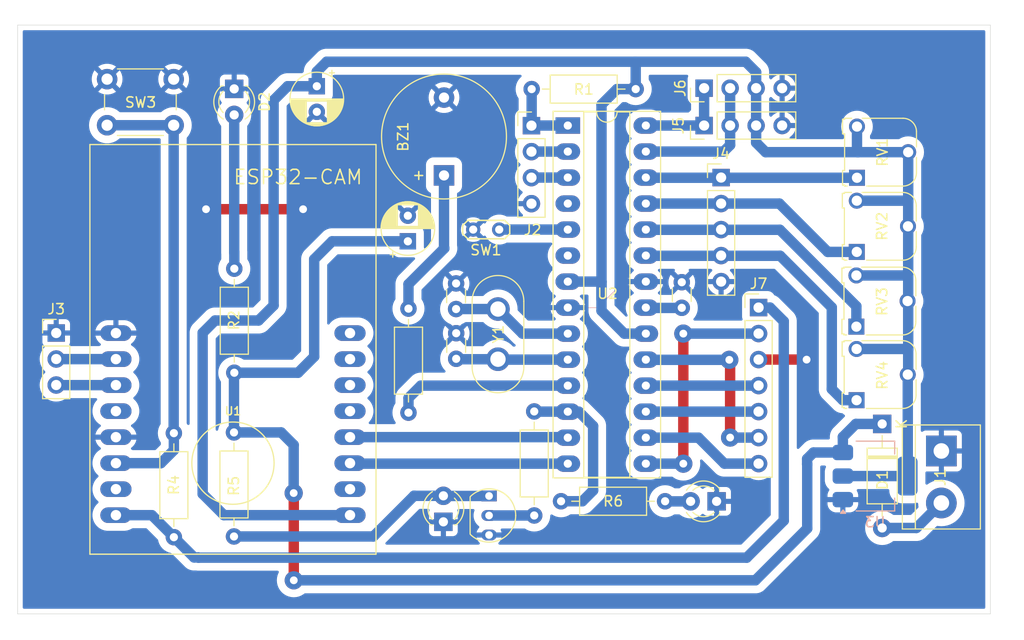
<source format=kicad_pcb>
(kicad_pcb (version 20240108) (generator "pcbnew") (generator_version "8.0")
  (layers (0 "F.Cu" signal) (31 "B.Cu" signal) (34 "B.Paste" user) (35 "F.Paste" user) (36 "B.SilkS" user "B.Silkscreen") (37 "F.SilkS" user "F.Silkscreen") (38 "B.Mask" user) (39 "F.Mask" user) (44 "Edge.Cuts" user))
  (net 0 "")
  (net 1 "Net-(BZ1-+)")
  (net 2 "GND")
  (net 3 "Net-(U2-AREF)")
  (net 4 "Net-(U2-XTAL1{slash}PB6)")
  (net 5 "Net-(U2-XTAL2{slash}PB7)")
  (net 6 "+12V")
  (net 7 "+5V")
  (net 8 "Net-(D1-A)")
  (net 9 "Net-(D2-A)")
  (net 10 "Net-(D3-A)")
  (net 11 "Net-(D4-A)")
  (net 12 "/Tx")
  (net 13 "/reset")
  (net 14 "/Rx")
  (net 15 "/ESP_Tx")
  (net 16 "/ESP_Rx")
  (net 17 "/LDR2")
  (net 18 "/LDR3")
  (net 19 "/LDR1")
  (net 20 "/LDR4")
  (net 21 "/SCL")
  (net 22 "/SDA")
  (net 23 "/SS")
  (net 24 "/SCK")
  (net 25 "/MOSI")
  (net 26 "+3.3V")
  (net 27 "/RST")
  (net 28 "/MISO")
  (net 29 "Net-(Q1-B)")
  (net 30 "Net-(U2-PD5)")
  (net 31 "Net-(SW3A-C)")
  (net 32 "/LEDs")
  (net 33 "Net-(U2-PD3)")
  (net 39 "/Com_Tx")
  (net 40 "/Com_Rx")
  (footprint "Potentiometer_THT:Potentiometer_Runtron_RM-065_Vertical" (layer "F.Cu") (at 183.63 106.9 90)
    (property "Reference" "RV3" (at 2.45 2.51 -90) (layer "F.SilkS"))
    (property "Value" "1k")
    (pad "1" thru_hole rect (at 0 0 90) (size 1.56 1.56) (drill 1) (layers "*.Cu" "*.Mask") (net 18 "/LDR3"))
    (pad "2" thru_hole circle (at 2.5 5 90) (size 1.56 1.56) (drill 1) (layers "*.Cu" "*.Mask") (net 7 "+5V"))
    (pad "3" thru_hole circle (at 5 0 90) (size 1.56 1.56) (drill 1) (layers "*.Cu" "*.Mask") (net 7 "+5V"))
  )
  (footprint "Potentiometer_THT:Potentiometer_Runtron_RM-065_Vertical" (layer "F.Cu") (at 183.69 92.36 90)
    (property "Reference" "RV1" (at 2.49 2.49 -90) (layer "F.SilkS"))
    (property "Value" "1k")
    (pad "1" thru_hole rect (at 0 0 90) (size 1.56 1.56) (drill 1) (layers "*.Cu" "*.Mask") (net 19 "/LDR1"))
    (pad "2" thru_hole circle (at 2.5 5 90) (size 1.56 1.56) (drill 1) (layers "*.Cu" "*.Mask") (net 7 "+5V"))
    (pad "3" thru_hole circle (at 5 0 90) (size 1.56 1.56) (drill 1) (layers "*.Cu" "*.Mask") (net 7 "+5V"))
  )
  (footprint "Button_Switch_THT:SW_PUSH_6mm" (layer "F.Cu") (at 116.96 87.23 180)
    (property "Reference" "SW3" (at 3.23 2.23 180) (layer "F.SilkS"))
    (property "Value" "Mode")
    (pad "1" thru_hole circle (at 0 0 270) (size 2 2) (drill 1.1) (layers "*.Cu" "*.Mask") (net 31 "Net-(SW3A-C)"))
    (pad "1" thru_hole circle (at 6.5 0 270) (size 2 2) (drill 1.1) (layers "*.Cu" "*.Mask") (net 31 "Net-(SW3A-C)"))
    (pad "2" thru_hole circle (at 0 4.5 270) (size 2 2) (drill 1.1) (layers "*.Cu" "*.Mask") (net 2 "GND"))
    (pad "2" thru_hole circle (at 6.5 4.5 270) (size 2 2) (drill 1.1) (layers "*.Cu" "*.Mask") (net 2 "GND"))
  )
  (footprint "Resistor_THT:R_Axial_DIN0207_L6.3mm_D2.5mm_P10.16mm_Horizontal" (layer "F.Cu") (at 139.89 115.3 90)
    (property "Reference" "R3" (hide yes))
    (property "Value" "100")
    (pad "1" thru_hole circle (at 0 0 90) (size 1.6 1.6) (drill 0.8) (layers "*.Cu" "*.Mask") (net 30 "Net-(U2-PD5)"))
    (pad "2" thru_hole oval (at 10.16 0 90) (size 1.6 1.6) (drill 0.8) (layers "*.Cu" "*.Mask") (net 1 "Net-(BZ1-+)"))
  )
  (footprint "LED_THT:LED_D3.0mm" (layer "F.Cu") (at 122.87 83.68 -90)
    (property "Reference" "D2" (at 1.27 -2.96 90) (layer "F.SilkS"))
    (property "Value" "Power")
    (pad "1" thru_hole rect (at 0 0 270) (size 1.8 1.8) (drill 0.9) (layers "*.Cu" "*.Mask") (net 2 "GND"))
    (pad "2" thru_hole circle (at 2.54 0 270) (size 1.8 1.8) (drill 0.9) (layers "*.Cu" "*.Mask") (net 9 "Net-(D2-A)"))
  )
  (footprint "Downloaded:ESP32-CAM" (layer "F.Cu") (at 122.75 115.15)
    (property "Reference" "U1" (at 0 0 0) (layer "F.SilkS") (effects (font (size 0.787402 0.787402))))
    (property "Value" "ESP32-CAM")
    (fp_text user "ESP32-CAM" (at 6.35 -22.86 0) (layer "F.SilkS") (effects (font (size 1.4 1.4))))
    (pad "1" thru_hole oval (at -11.43 -7.62) (size 3.048 1.524) (drill 1.016) (layers "*.Cu" "*.Mask") (net 2 "GND"))
    (pad "2" thru_hole oval (at -11.43 -5.08) (size 3.048 1.524) (drill 1.016) (layers "*.Cu" "*.Mask") (net 15 "/ESP_Tx"))
    (pad "3" thru_hole oval (at -11.43 -2.54) (size 3.048 1.524) (drill 1.016) (layers "*.Cu" "*.Mask") (net 16 "/ESP_Rx"))
    (pad "4" thru_hole oval (at -11.43 0) (size 3.048 1.524) (drill 1.016) (layers "*.Cu" "*.Mask"))
    (pad "5" thru_hole oval (at -11.43 2.54) (size 3.048 1.524) (drill 1.016) (layers "*.Cu" "*.Mask") (net 2 "GND"))
    (pad "6" thru_hole oval (at -11.43 5.08) (size 3.048 1.524) (drill 1.016) (layers "*.Cu" "*.Mask") (net 31 "Net-(SW3A-C)"))
    (pad "7" thru_hole oval (at -11.43 7.62) (size 3.048 1.524) (drill 1.016) (layers "*.Cu" "*.Mask"))
    (pad "8" thru_hole oval (at -11.43 10.16) (size 3.048 1.524) (drill 1.016) (layers "*.Cu" "*.Mask") (net 26 "+3.3V"))
    (pad "9" thru_hole oval (at 11.43 10.16) (size 3.048 1.524) (drill 1.016) (layers "*.Cu" "*.Mask") (net 7 "+5V"))
    (pad "10" thru_hole oval (at 11.43 7.62) (size 3.048 1.524) (drill 1.016) (layers "*.Cu" "*.Mask"))
    (pad "11" thru_hole oval (at 11.43 5.08) (size 3.048 1.524) (drill 1.016) (layers "*.Cu" "*.Mask") (net 39 "/Com_Tx"))
    (pad "12" thru_hole oval (at 11.43 2.54) (size 3.048 1.524) (drill 1.016) (layers "*.Cu" "*.Mask") (net 40 "/Com_Rx"))
    (pad "13" thru_hole oval (at 11.43 0) (size 3.048 1.524) (drill 1.016) (layers "*.Cu" "*.Mask"))
    (pad "14" thru_hole oval (at 11.43 -2.54) (size 3.048 1.524) (drill 1.016) (layers "*.Cu" "*.Mask"))
    (pad "15" thru_hole oval (at 11.43 -5.08) (size 3.048 1.524) (drill 1.016) (layers "*.Cu" "*.Mask"))
    (pad "16" thru_hole oval (at 11.43 -7.62) (size 3.048 1.524) (drill 1.016) (layers "*.Cu" "*.Mask"))
  )
  (footprint "Resistor_THT:R_Axial_DIN0207_L6.3mm_D2.5mm_P10.16mm_Horizontal" (layer "F.Cu") (at 122.85 117.23 -90)
    (property "Reference" "R5" (at 5.22 0.02 90) (layer "F.SilkS"))
    (property "Value" "1k")
    (pad "1" thru_hole circle (at 0 0 270) (size 1.6 1.6) (drill 0.8) (layers "*.Cu" "*.Mask") (net 6 "+12V"))
    (pad "2" thru_hole oval (at 10.16 0 270) (size 1.6 1.6) (drill 0.8) (layers "*.Cu" "*.Mask") (net 10 "Net-(D3-A)"))
  )
  (footprint "Resistor_THT:R_Axial_DIN0207_L6.3mm_D2.5mm_P10.16mm_Horizontal" (layer "F.Cu") (at 151.92 83.7)
    (property "Reference" "R1" (at 5.09 0.03 0) (layer "F.SilkS"))
    (property "Value" "10k")
    (pad "1" thru_hole circle (at 0 0) (size 1.6 1.6) (drill 0.8) (layers "*.Cu" "*.Mask") (net 13 "/reset"))
    (pad "2" thru_hole oval (at 10.16 0) (size 1.6 1.6) (drill 0.8) (layers "*.Cu" "*.Mask") (net 7 "+5V"))
  )
  (footprint "Connector_PinHeader_2.54mm:PinHeader_1x04_P2.54mm_Vertical" (layer "F.Cu") (at 168.76 87.26 90)
    (property "Reference" "J5" (at -0.01 -2.51 90) (layer "F.SilkS"))
    (property "Value" "LCD")
    (pad "1" thru_hole rect (at 0 0 90) (size 1.7 1.7) (drill 1) (layers "*.Cu" "*.Mask") (net 21 "/SCL"))
    (pad "2" thru_hole oval (at 0 2.54 90) (size 1.7 1.7) (drill 1) (layers "*.Cu" "*.Mask") (net 22 "/SDA"))
    (pad "3" thru_hole oval (at 0 5.08 90) (size 1.7 1.7) (drill 1) (layers "*.Cu" "*.Mask") (net 7 "+5V"))
    (pad "4" thru_hole oval (at 0 7.62 90) (size 1.7 1.7) (drill 1) (layers "*.Cu" "*.Mask") (net 2 "GND"))
  )
  (footprint "Crystal:Crystal_HC50_Vertical" (layer "F.Cu") (at 148.63 110.08 90)
    (property "Reference" "Y1" (at 2.45 0.04 -90) (layer "F.SilkS"))
    (property "Value" "16MHz")
    (pad "1" thru_hole circle (at 0 0 90) (size 2.3 2.3) (drill 1.5) (layers "*.Cu" "*.Mask") (net 5 "Net-(U2-XTAL2{slash}PB7)"))
    (pad "2" thru_hole circle (at 4.9 0 90) (size 2.3 2.3) (drill 1.5) (layers "*.Cu" "*.Mask") (net 4 "Net-(U2-XTAL1{slash}PB6)"))
  )
  (footprint "Connector_PinHeader_2.54mm:PinHeader_1x04_P2.54mm_Vertical" (layer "F.Cu") (at 151.9 87.27)
    (property "Reference" "J2" (at 0.11 10.18 0) (layer "F.SilkS"))
    (property "Value" "Program")
    (pad "1" thru_hole rect (at 0 0) (size 1.7 1.7) (drill 1) (layers "*.Cu" "*.Mask") (net 13 "/reset"))
    (pad "2" thru_hole oval (at 0 2.54) (size 1.7 1.7) (drill 1) (layers "*.Cu" "*.Mask") (net 14 "/Rx"))
    (pad "3" thru_hole oval (at 0 5.08) (size 1.7 1.7) (drill 1) (layers "*.Cu" "*.Mask") (net 12 "/Tx"))
    (pad "4" thru_hole oval (at 0 7.62) (size 1.7 1.7) (drill 1) (layers "*.Cu" "*.Mask") (net 2 "GND"))
  )
  (footprint "Package_DIP:DIP-28_W7.62mm_Socket_LongPads" (layer "F.Cu") (at 155.45 87.26)
    (property "Reference" "U2" (at 3.88 16.42 0) (layer "F.SilkS"))
    (property "Value" "ATmega328P-P")
    (pad "1" thru_hole rect (at 0 0) (size 2.4 1.6) (drill 0.8) (layers "*.Cu" "*.Mask") (net 13 "/reset"))
    (pad "2" thru_hole oval (at 0 2.54) (size 2.4 1.6) (drill 0.8) (layers "*.Cu" "*.Mask") (net 14 "/Rx"))
    (pad "3" thru_hole oval (at 0 5.08) (size 2.4 1.6) (drill 0.8) (layers "*.Cu" "*.Mask") (net 12 "/Tx"))
    (pad "4" thru_hole oval (at 0 7.62) (size 2.4 1.6) (drill 0.8) (layers "*.Cu" "*.Mask"))
    (pad "5" thru_hole oval (at 0 10.16) (size 2.4 1.6) (drill 0.8) (layers "*.Cu" "*.Mask") (net 33 "Net-(U2-PD3)"))
    (pad "6" thru_hole oval (at 0 12.7) (size 2.4 1.6) (drill 0.8) (layers "*.Cu" "*.Mask"))
    (pad "7" thru_hole oval (at 0 15.24) (size 2.4 1.6) (drill 0.8) (layers "*.Cu" "*.Mask") (net 7 "+5V"))
    (pad "8" thru_hole oval (at 0 17.78) (size 2.4 1.6) (drill 0.8) (layers "*.Cu" "*.Mask") (net 2 "GND"))
    (pad "9" thru_hole oval (at 0 20.32) (size 2.4 1.6) (drill 0.8) (layers "*.Cu" "*.Mask") (net 4 "Net-(U2-XTAL1{slash}PB6)"))
    (pad "10" thru_hole oval (at 0 22.86) (size 2.4 1.6) (drill 0.8) (layers "*.Cu" "*.Mask") (net 5 "Net-(U2-XTAL2{slash}PB7)"))
    (pad "11" thru_hole oval (at 0 25.4) (size 2.4 1.6) (drill 0.8) (layers "*.Cu" "*.Mask") (net 30 "Net-(U2-PD5)"))
    (pad "12" thru_hole oval (at 0 27.94) (size 2.4 1.6) (drill 0.8) (layers "*.Cu" "*.Mask") (net 32 "/LEDs"))
    (pad "13" thru_hole oval (at 0 30.48) (size 2.4 1.6) (drill 0.8) (layers "*.Cu" "*.Mask") (net 40 "/Com_Rx"))
    (pad "14" thru_hole oval (at 0 33.02) (size 2.4 1.6) (drill 0.8) (layers "*.Cu" "*.Mask") (net 39 "/Com_Tx"))
    (pad "15" thru_hole oval (at 7.62 33.02) (size 2.4 1.6) (drill 0.8) (layers "*.Cu" "*.Mask") (net 27 "/RST"))
    (pad "16" thru_hole oval (at 7.62 30.48) (size 2.4 1.6) (drill 0.8) (layers "*.Cu" "*.Mask") (net 23 "/SS"))
    (pad "17" thru_hole oval (at 7.62 27.94) (size 2.4 1.6) (drill 0.8) (layers "*.Cu" "*.Mask") (net 25 "/MOSI"))
    (pad "18" thru_hole oval (at 7.62 25.4) (size 2.4 1.6) (drill 0.8) (layers "*.Cu" "*.Mask") (net 28 "/MISO"))
    (pad "19" thru_hole oval (at 7.62 22.86) (size 2.4 1.6) (drill 0.8) (layers "*.Cu" "*.Mask") (net 24 "/SCK"))
    (pad "20" thru_hole oval (at 7.62 20.32) (size 2.4 1.6) (drill 0.8) (layers "*.Cu" "*.Mask") (net 7 "+5V"))
    (pad "21" thru_hole oval (at 7.62 17.78) (size 2.4 1.6) (drill 0.8) (layers "*.Cu" "*.Mask") (net 3 "Net-(U2-AREF)"))
    (pad "22" thru_hole oval (at 7.62 15.24) (size 2.4 1.6) (drill 0.8) (layers "*.Cu" "*.Mask") (net 2 "GND"))
    (pad "23" thru_hole oval (at 7.62 12.7) (size 2.4 1.6) (drill 0.8) (layers "*.Cu" "*.Mask") (net 20 "/LDR4"))
    (pad "24" thru_hole oval (at 7.62 10.16) (size 2.4 1.6) (drill 0.8) (layers "*.Cu" "*.Mask") (net 18 "/LDR3"))
    (pad "25" thru_hole oval (at 7.62 7.62) (size 2.4 1.6) (drill 0.8) (layers "*.Cu" "*.Mask") (net 17 "/LDR2"))
    (pad "26" thru_hole oval (at 7.62 5.08) (size 2.4 1.6) (drill 0.8) (layers "*.Cu" "*.Mask") (net 19 "/LDR1"))
    (pad "27" thru_hole oval (at 7.62 2.54) (size 2.4 1.6) (drill 0.8) (layers "*.Cu" "*.Mask") (net 22 "/SDA"))
    (pad "28" thru_hole oval (at 7.62 0) (size 2.4 1.6) (drill 0.8) (layers "*.Cu" "*.Mask") (net 21 "/SCL"))
  )
  (footprint "Resistor_THT:R_Axial_DIN0207_L6.3mm_D2.5mm_P10.16mm_Horizontal" (layer "F.Cu") (at 152.17 115.18 -90)
    (property "Reference" "R7" (hide yes))
    (property "Value" "1k")
    (pad "1" thru_hole circle (at 0 0 270) (size 1.6 1.6) (drill 0.8) (layers "*.Cu" "*.Mask") (net 32 "/LEDs"))
    (pad "2" thru_hole oval (at 10.16 0 270) (size 1.6 1.6) (drill 0.8) (layers "*.Cu" "*.Mask") (net 29 "Net-(Q1-B)"))
  )
  (footprint "Package_TO_SOT_THT:TO-92_Inline" (layer "F.Cu") (at 147.76 124.07 -90)
    (property "Reference" "Q1" (hide yes))
    (property "Value" "BC547")
    (pad "1" thru_hole rect (at -0.635 0 270) (size 1.05 1.5) (drill 0.75) (layers "*.Cu" "*.Mask") (net 10 "Net-(D3-A)"))
    (pad "2" thru_hole oval (at 1.27 0 270) (size 1.05 1.5) (drill 0.75) (layers "*.Cu" "*.Mask") (net 29 "Net-(Q1-B)"))
    (pad "3" thru_hole oval (at 3.175 0 270) (size 1.05 1.5) (drill 0.75) (layers "*.Cu" "*.Mask") (net 2 "GND"))
  )
  (footprint "Capacitor_THT:C_Disc_D3.0mm_W1.6mm_P2.50mm" (layer "F.Cu") (at 166.58 105.06 90)
    (property "Reference" "C1" (hide yes))
    (property "Value" "100nF")
    (pad "1" thru_hole circle (at 0 0 90) (size 1.6 1.6) (drill 0.8) (layers "*.Cu" "*.Mask") (net 3 "Net-(U2-AREF)"))
    (pad "2" thru_hole circle (at 2.5 0 90) (size 1.6 1.6) (drill 0.8) (layers "*.Cu" "*.Mask") (net 2 "GND"))
  )
  (footprint "Buzzer_Beeper:Buzzer_12x9.5RM7.6" (layer "F.Cu") (at 143.36 92.13 90)
    (property "Reference" "BZ1" (at 3.78 -3.99 -90) (layer "F.SilkS"))
    (property "Value" "Buzzer")
    (fp_text user "+" (at -0.01 -2.54 -90) (layer "F.SilkS"))
    (pad "1" thru_hole rect (at 0 0 90) (size 2 2) (drill 1) (layers "*.Cu" "*.Mask") (net 1 "Net-(BZ1-+)"))
    (pad "2" thru_hole circle (at 7.6 0 90) (size 2 2) (drill 1) (layers "*.Cu" "*.Mask") (net 2 "GND"))
  )
  (footprint "Resistor_THT:R_Axial_DIN0207_L6.3mm_D2.5mm_P10.16mm_Horizontal" (layer "F.Cu") (at 122.88 111.4 90)
    (property "Reference" "R2" (at 5.12 -0.03 270) (layer "F.SilkS"))
    (property "Value" "1k")
    (pad "1" thru_hole circle (at 0 0 90) (size 1.6 1.6) (drill 0.8) (layers "*.Cu" "*.Mask") (net 6 "+12V"))
    (pad "2" thru_hole oval (at 10.16 0 90) (size 1.6 1.6) (drill 0.8) (layers "*.Cu" "*.Mask") (net 9 "Net-(D2-A)"))
  )
  (footprint "Capacitor_THT:C_Disc_D3.0mm_W1.6mm_P2.50mm" (layer "F.Cu") (at 144.54 105.18 90)
    (property "Reference" "C2" (hide yes))
    (property "Value" "22pF")
    (pad "1" thru_hole circle (at 0 0 90) (size 1.6 1.6) (drill 0.8) (layers "*.Cu" "*.Mask") (net 4 "Net-(U2-XTAL1{slash}PB6)"))
    (pad "2" thru_hole circle (at 2.5 0 90) (size 1.6 1.6) (drill 0.8) (layers "*.Cu" "*.Mask") (net 2 "GND"))
  )
  (footprint "Resistor_THT:R_Axial_DIN0207_L6.3mm_D2.5mm_P10.16mm_Horizontal" (layer "F.Cu") (at 116.98 117.3 -90)
    (property "Reference" "R4" (at 5.06 0.01 90) (layer "F.SilkS"))
    (property "Value" "10k")
    (pad "1" thru_hole circle (at 0 0 270) (size 1.6 1.6) (drill 0.8) (layers "*.Cu" "*.Mask") (net 31 "Net-(SW3A-C)"))
    (pad "2" thru_hole oval (at 10.16 0 270) (size 1.6 1.6) (drill 0.8) (layers "*.Cu" "*.Mask") (net 26 "+3.3V"))
  )
  (footprint "Potentiometer_THT:Potentiometer_Runtron_RM-065_Vertical" (layer "F.Cu") (at 183.67 99.6 90)
    (property "Reference" "RV2" (at 2.5 2.47 -90) (layer "F.SilkS"))
    (property "Value" "1k")
    (pad "1" thru_hole rect (at 0 0 90) (size 1.56 1.56) (drill 1) (layers "*.Cu" "*.Mask") (net 17 "/LDR2"))
    (pad "2" thru_hole circle (at 2.5 5 90) (size 1.56 1.56) (drill 1) (layers "*.Cu" "*.Mask") (net 7 "+5V"))
    (pad "3" thru_hole circle (at 5 0 90) (size 1.56 1.56) (drill 1) (layers "*.Cu" "*.Mask") (net 7 "+5V"))
  )
  (footprint "LED_THT:LED_D3.0mm" (layer "F.Cu") (at 143.3 125.96 90)
    (property "Reference" "D3" (hide yes))
    (property "Value" "LED1")
    (pad "1" thru_hole rect (at 0 0 90) (size 1.8 1.8) (drill 0.9) (layers "*.Cu" "*.Mask") (net 2 "GND"))
    (pad "2" thru_hole circle (at 2.54 0 90) (size 1.8 1.8) (drill 0.9) (layers "*.Cu" "*.Mask") (net 10 "Net-(D3-A)"))
  )
  (footprint "Connector_PinHeader_2.54mm:PinHeader_1x07_P2.54mm_Vertical" (layer "F.Cu") (at 174.08 105.035)
    (property "Reference" "J7" (at 0 -2.33 0) (layer "F.SilkS"))
    (property "Value" "RFID")
    (pad "1" thru_hole rect (at 0 0) (size 1.7 1.7) (drill 1) (layers "*.Cu" "*.Mask") (net 26 "+3.3V"))
    (pad "2" thru_hole oval (at 0 2.54) (size 1.7 1.7) (drill 1) (layers "*.Cu" "*.Mask") (net 27 "/RST"))
    (pad "3" thru_hole oval (at 0 5.08) (size 1.7 1.7) (drill 1) (layers "*.Cu" "*.Mask") (net 2 "GND"))
    (pad "4" thru_hole oval (at 0 7.62) (size 1.7 1.7) (drill 1) (layers "*.Cu" "*.Mask") (net 28 "/MISO"))
    (pad "5" thru_hole oval (at 0 10.16) (size 1.7 1.7) (drill 1) (layers "*.Cu" "*.Mask") (net 25 "/MOSI"))
    (pad "6" thru_hole oval (at 0 12.7) (size 1.7 1.7) (drill 1) (layers "*.Cu" "*.Mask") (net 24 "/SCK"))
    (pad "7" thru_hole oval (at 0 15.24) (size 1.7 1.7) (drill 1) (layers "*.Cu" "*.Mask") (net 23 "/SS"))
  )
  (footprint "TerminalBlock:TerminalBlock_bornier-2_P5.08mm" (layer "F.Cu") (at 191.93 119.04 -90)
    (property "Reference" "J1" (at 2.57 0.1 90) (layer "F.SilkS"))
    (property "Value" "Power")
    (pad "1" thru_hole rect (at 0 0 270) (size 3 3) (drill 1.52) (layers "*.Cu" "*.Mask") (net 2 "GND"))
    (pad "2" thru_hole circle (at 5.08 0 270) (size 3 3) (drill 1.52) (layers "*.Cu" "*.Mask") (net 8 "Net-(D1-A)"))
  )
  (footprint "Connector_PinHeader_2.54mm:PinHeader_1x04_P2.54mm_Vertical" (layer "F.Cu") (at 168.76 83.61 90)
    (property "Reference" "J6" (at 0 -2.33 -90) (layer "F.SilkS"))
    (property "Value" "LCD")
    (pad "1" thru_hole rect (at 0 0 90) (size 1.7 1.7) (drill 1) (layers "*.Cu" "*.Mask") (net 21 "/SCL"))
    (pad "2" thru_hole oval (at 0 2.54 90) (size 1.7 1.7) (drill 1) (layers "*.Cu" "*.Mask") (net 22 "/SDA"))
    (pad "3" thru_hole oval (at 0 5.08 90) (size 1.7 1.7) (drill 1) (layers "*.Cu" "*.Mask") (net 7 "+5V"))
    (pad "4" thru_hole oval (at 0 7.62 90) (size 1.7 1.7) (drill 1) (layers "*.Cu" "*.Mask") (net 2 "GND"))
  )
  (footprint "Connector_PinHeader_2.54mm:PinHeader_1x05_P2.54mm_Vertical" (layer "F.Cu") (at 170.42 92.34)
    (property "Reference" "J4" (at 0 -2.33 0) (layer "F.SilkS"))
    (property "Value" "LDRs")
    (pad "1" thru_hole rect (at 0 0) (size 1.7 1.7) (drill 1) (layers "*.Cu" "*.Mask") (net 19 "/LDR1"))
    (pad "2" thru_hole oval (at 0 2.54) (size 1.7 1.7) (drill 1) (layers "*.Cu" "*.Mask") (net 17 "/LDR2"))
    (pad "3" thru_hole oval (at 0 5.08) (size 1.7 1.7) (drill 1) (layers "*.Cu" "*.Mask") (net 18 "/LDR3"))
    (pad "4" thru_hole oval (at 0 7.62) (size 1.7 1.7) (drill 1) (layers "*.Cu" "*.Mask") (net 20 "/LDR4"))
    (pad "5" thru_hole oval (at 0 10.16) (size 1.7 1.7) (drill 1) (layers "*.Cu" "*.Mask") (net 2 "GND"))
  )
  (footprint "Resistor_THT:R_Axial_DIN0207_L6.3mm_D2.5mm_P10.16mm_Horizontal" (layer "F.Cu") (at 154.79 123.95)
    (property "Reference" "R6" (at 5.09 0 0) (layer "F.SilkS"))
    (property "Value" "220")
    (pad "1" thru_hole circle (at 0 0) (size 1.6 1.6) (drill 0.8) (layers "*.Cu" "*.Mask") (net 32 "/LEDs"))
    (pad "2" thru_hole oval (at 10.16 0) (size 1.6 1.6) (drill 0.8) (layers "*.Cu" "*.Mask") (net 11 "Net-(D4-A)"))
  )
  (footprint "Capacitor_THT:CP_Radial_D5.0mm_P2.50mm" (layer "F.Cu") (at 130.94 83.42 -90)
    (property "Reference" "C5" (hide yes))
    (property "Value" "100uF")
    (pad "1" thru_hole rect (at 0 0 270) (size 1.6 1.6) (drill 0.8) (layers "*.Cu" "*.Mask") (net 7 "+5V"))
    (pad "2" thru_hole circle (at 2.5 0 270) (size 1.6 1.6) (drill 0.8) (layers "*.Cu" "*.Mask") (net 2 "GND"))
  )
  (footprint "TestPoint:TestPoint_2Pads_Pitch2.54mm_Drill0.8mm" (layer "F.Cu") (at 148.75 97.42 180)
    (property "Reference" "SW1" (at 1.3 -2 180) (layer "F.SilkS"))
    (property "Value" "Button" (hide yes))
    (pad "1" thru_hole circle (at 0 0 180) (size 1.4 1.4) (drill 0.8) (layers "*.Cu" "*.Mask") (net 33 "Net-(U2-PD3)"))
    (pad "2" thru_hole circle (at 2.54 0 180) (size 1.4 1.4) (drill 0.8) (layers "*.Cu" "*.Mask") (net 2 "GND"))
  )
  (footprint "LED_THT:LED_D3.0mm" (layer "F.Cu") (at 169.98 123.96 180)
    (property "Reference" "D4" (hide yes))
    (property "Value" "LED2")
    (pad "1" thru_hole rect (at 0 0 180) (size 1.8 1.8) (drill 0.9) (layers "*.Cu" "*.Mask") (net 2 "GND"))
    (pad "2" thru_hole circle (at 2.54 0 180) (size 1.8 1.8) (drill 0.9) (layers "*.Cu" "*.Mask") (net 11 "Net-(D4-A)"))
  )
  (footprint "Diode_THT:D_A-405_P10.16mm_Horizontal" (layer "F.Cu") (at 186.15 116.4 -90)
    (property "Reference" "D1" (at 5.48 -0.03 90) (layer "F.SilkS"))
    (property "Value" "1N4001")
    (fp_text user "K" (at 0 -1.9 90) (layer "F.SilkS"))
    (pad "1" thru_hole rect (at 0 0 270) (size 1.8 1.8) (drill 0.9) (layers "*.Cu" "*.Mask") (net 6 "+12V"))
    (pad "2" thru_hole oval (at 10.16 0 270) (size 1.8 1.8) (drill 0.9) (layers "*.Cu" "*.Mask") (net 8 "Net-(D1-A)"))
  )
  (footprint "Capacitor_THT:C_Disc_D3.0mm_W1.6mm_P2.50mm" (layer "F.Cu") (at 144.55 107.54 -90)
    (property "Reference" "C3" (hide yes))
    (property "Value" "22pF")
    (pad "1" thru_hole circle (at 0 0 270) (size 1.6 1.6) (drill 0.8) (layers "*.Cu" "*.Mask") (net 2 "GND"))
    (pad "2" thru_hole circle (at 2.5 0 270) (size 1.6 1.6) (drill 0.8) (layers "*.Cu" "*.Mask") (net 5 "Net-(U2-XTAL2{slash}PB7)"))
  )
  (footprint "Potentiometer_THT:Potentiometer_Runtron_RM-065_Vertical" (layer "F.Cu") (at 183.65 114.08 90)
    (property "Reference" "RV4" (at 2.42 2.51 -90) (layer "F.SilkS"))
    (property "Value" "1k")
    (pad "1" thru_hole rect (at 0 0 90) (size 1.56 1.56) (drill 1) (layers "*.Cu" "*.Mask") (net 20 "/LDR4"))
    (pad "2" thru_hole circle (at 2.5 5 90) (size 1.56 1.56) (drill 1) (layers "*.Cu" "*.Mask") (net 7 "+5V"))
    (pad "3" thru_hole circle (at 5 0 90) (size 1.56 1.56) (drill 1) (layers "*.Cu" "*.Mask") (net 7 "+5V"))
  )
  (footprint "Connector_PinHeader_2.54mm:PinHeader_1x03_P2.54mm_Vertical" (layer "F.Cu") (at 105.49 107.52)
    (property "Reference" "J3" (at 0 -2.33 0) (layer "F.SilkS"))
    (property "Value" "ESP_Programer")
    (pad "1" thru_hole rect (at 0 0) (size 1.7 1.7) (drill 1) (layers "*.Cu" "*.Mask") (net 2 "GND"))
    (pad "2" thru_hole oval (at 0 2.54) (size 1.7 1.7) (drill 1) (layers "*.Cu" "*.Mask") (net 15 "/ESP_Tx"))
    (pad "3" thru_hole oval (at 0 5.08) (size 1.7 1.7) (drill 1) (layers "*.Cu" "*.Mask") (net 16 "/ESP_Rx"))
  )
  (footprint "Capacitor_THT:CP_Radial_D5.0mm_P2.50mm" (layer "F.Cu") (at 139.83 98.565113 90)
    (property "Reference" "C4" (hide yes))
    (property "Value" "100uF")
    (pad "1" thru_hole rect (at 0 0 90) (size 1.6 1.6) (drill 0.8) (layers "*.Cu" "*.Mask") (net 6 "+12V"))
    (pad "2" thru_hole circle (at 2.5 0 90) (size 1.6 1.6) (drill 0.8) (layers "*.Cu" "*.Mask") (net 2 "GND"))
  )
  (footprint "Package_TO_SOT_SMD:SOT-223-3_TabPin2" (layer "B.Cu") (at 185.46 121.49)
    (property "Reference" "U3" (at 0 4.5 360) (layer "B.SilkS") (effects (justify mirror)))
    (property "Value" "AMS1117-5.0")
    (pad "1" smd roundrect (at -3.15 2.3) (size 2 1.5) (layers "B.Cu" "B.Paste" "B.Mask") (net 2 "GND"))
    (pad "2" smd roundrect (at -3.15 0) (size 2 1.5) (layers "B.Cu" "B.Paste" "B.Mask") (net 7 "+5V"))
    (pad "2" smd roundrect (at 3.15 0) (size 2 3.8) (layers "B.Cu" "B.Paste" "B.Mask") (net 7 "+5V"))
    (pad "3" smd roundrect (at -3.15 -2.3) (size 2 1.5) (layers "B.Cu" "B.Paste" "B.Mask") (net 6 "+12V"))
  )
  (gr_line (start 101.72 134.95) (end 101.72 77.45) (stroke (width 0.05)) (layer "Edge.Cuts"))
  (gr_line (start 101.72 77.45) (end 196.72 77.45) (stroke (width 0.05)) (layer "Edge.Cuts"))
  (gr_line (start 196.72 134.95) (end 101.72 134.95) (stroke (width 0.05)) (layer "Edge.Cuts"))
  (gr_line (start 196.72 77.45) (end 196.72 134.95) (stroke (width 0.05)) (layer "Edge.Cuts"))
  (segment (start 143.39 99.25) (end 143.36 99.22) (width 1.016) (layer "B.Cu") (net 1))
  (segment (start 139.89 105.14) (end 139.89 102.75) (width 1.016) (layer "B.Cu") (net 1))
  (segment (start 143.36 99.22) (end 143.36 92.13) (width 1.016) (layer "B.Cu") (net 1))
  (segment (start 139.89 102.75) (end 143.39 99.25) (width 1.016) (layer "B.Cu") (net 1))
  (segment (start 158.38 105.04) (end 160.92 102.5) (width 0.0254) (layer "F.Cu") (net 2))
  (segment (start 178.765 110.115) (end 178.77 110.12) (width 1.016) (layer "F.Cu") (net 2))
  (segment (start 160.92 102.5) (end 163.07 102.5) (width 0.0254) (layer "F.Cu") (net 2))
  (segment (start 120.12 95.43) (end 129.6 95.43) (width 1.016) (layer "F.Cu") (net 2))
  (segment (start 155.45 105.04) (end 158.38 105.04) (width 0.0254) (layer "F.Cu") (net 2))
  (segment (start 174.08 110.115) (end 178.765 110.115) (width 1.016) (layer "F.Cu") (net 2))
  (via (at 178.77 110.12) (size 1.778) (drill 0.762) (layers "F.Cu" "B.Cu") (net 2))
  (via (at 120.12 95.43) (size 1.778) (drill 0.762) (layers "F.Cu" "B.Cu") (net 2))
  (via (at 129.6 95.43) (size 1.778) (drill 0.762) (layers "F.Cu" "B.Cu") (net 2))
  (segment (start 163.07 105.04) (end 163.1 105.07) (width 1.016) (layer "B.Cu") (net 3))
  (segment (start 163.1 105.07) (end 166.57 105.07) (width 1.016) (layer "B.Cu") (net 3))
  (segment (start 166.57 105.07) (end 166.58 105.06) (width 1.016) (layer "B.Cu") (net 3))
  (segment (start 155.45 107.58) (end 151.03 107.58) (width 1.016) (layer "B.Cu") (net 4))
  (segment (start 148.63 105.18) (end 144.54 105.18) (width 1.016) (layer "B.Cu") (net 4))
  (segment (start 151.03 107.58) (end 148.63 105.18) (width 1.016) (layer "B.Cu") (net 4))
  (segment (start 148.63 110.08) (end 144.59 110.08) (width 1.016) (layer "B.Cu") (net 5))
  (segment (start 148.67 110.12) (end 148.63 110.08) (width 1.016) (layer "B.Cu") (net 5))
  (segment (start 155.45 110.12) (end 148.67 110.12) (width 1.016) (layer "B.Cu") (net 5))
  (segment (start 144.59 110.08) (end 144.55 110.04) (width 1.016) (layer "B.Cu") (net 5))
  (segment (start 128.69 131.67) (end 128.69 123.161) (width 1.016) (layer "F.Cu") (net 6))
  (segment (start 128.69 123.161) (end 128.68 123.151) (width 1.016) (layer "F.Cu") (net 6))
  (via (at 128.68 123.151) (size 1.778) (drill 0.762) (layers "F.Cu" "B.Cu") (net 6))
  (via (at 128.69 131.67) (size 1.778) (drill 0.762) (layers "F.Cu" "B.Cu") (net 6))
  (segment (start 178.83 120.35) (end 178.83 126.61) (width 1.016) (layer "B.Cu") (net 6))
  (segment (start 186.15 116.4) (end 183.58 116.4) (width 1.016) (layer "B.Cu") (net 6))
  (segment (start 122.85 117.23) (end 122.85 111.43) (width 1.016) (layer "B.Cu") (net 6))
  (segment (start 128.68 118.45) (end 127.46 117.23) (width 1.016) (layer "B.Cu") (net 6))
  (segment (start 132.434887 98.565113) (end 130.68 100.32) (width 1.016) (layer "B.Cu") (net 6))
  (segment (start 139.83 98.565113) (end 132.434887 98.565113) (width 1.016) (layer "B.Cu") (net 6))
  (segment (start 127.46 117.23) (end 122.85 117.23) (width 1.016) (layer "B.Cu") (net 6))
  (segment (start 182.31 119.19) (end 182.31 117.67) (width 1.016) (layer "B.Cu") (net 6))
  (segment (start 178.82 120.34) (end 178.83 120.35) (width 1.016) (layer "B.Cu") (net 6))
  (segment (start 130.68 109.83) (end 129.11 111.4) (width 1.016) (layer "B.Cu") (net 6))
  (segment (start 128.68 123.151) (end 128.68 118.45) (width 1.016) (layer "B.Cu") (net 6))
  (segment (start 179.44 119.19) (end 178.82 119.81) (width 1.016) (layer "B.Cu") (net 6))
  (segment (start 182.31 119.19) (end 179.44 119.19) (width 1.016) (layer "B.Cu") (net 6))
  (segment (start 178.82 119.81) (end 178.82 120.34) (width 1.016) (layer "B.Cu") (net 6))
  (segment (start 173.77 131.67) (end 128.69 131.67) (width 1.016) (layer "B.Cu") (net 6))
  (segment (start 182.31 117.67) (end 183.58 116.4) (width 1.016) (layer "B.Cu") (net 6))
  (segment (start 178.83 126.61) (end 173.77 131.67) (width 1.016) (layer "B.Cu") (net 6))
  (segment (start 129.11 111.4) (end 122.88 111.4) (width 1.016) (layer "B.Cu") (net 6))
  (segment (start 130.68 100.32) (end 130.68 109.83) (width 1.016) (layer "B.Cu") (net 6))
  (segment (start 173.84 82.05) (end 172.82 81.03) (width 1.016) (layer "B.Cu") (net 7))
  (segment (start 128.09 83.42) (end 130.94 83.42) (width 1.016) (layer "B.Cu") (net 7))
  (segment (start 158.74 102.5) (end 158.74 105.35) (width 1.016) (layer "B.Cu") (net 7))
  (segment (start 188.69 111.54) (end 188.65 111.58) (width 1.016) (layer "B.Cu") (net 7))
  (segment (start 188.69 109.11) (end 188.69 111.54) (width 1.016) (layer "B.Cu") (net 7))
  (segment (start 125.25 106.3) (end 126.72 104.83) (width 1.016) (layer "B.Cu") (net 7))
  (segment (start 188.65 94.6) (end 188.69 94.64) (width 1.016) (layer "B.Cu") (net 7))
  (segment (start 173.84 87.26) (end 173.84 88.93) (width 1.016) (layer "B.Cu") (net 7))
  (segment (start 121.87 125.31) (end 119.79 123.23) (width 1.016) (layer "B.Cu") (net 7))
  (segment (start 162.08 83.7) (end 160.25 83.7) (width 1.016) (layer "B.Cu") (net 7))
  (segment (start 121 106.3) (end 125.25 106.3) (width 1.016) (layer "B.Cu") (net 7))
  (segment (start 162.08 81.07) (end 162.04 81.03) (width 1.016) (layer "B.Cu") (net 7))
  (segment (start 188.38 101.9) (end 188.69 101.59) (width 1.016) (layer "B.Cu") (net 7))
  (segment (start 162.08 83.7) (end 162.08 81.07) (width 1.016) (layer "B.Cu") (net 7))
  (segment (start 182.31 121.49) (end 188.61 121.49) (width 1.016) (layer "B.Cu") (net 7))
  (segment (start 160.25 83.7) (end 158.74 85.21) (width 1.016) (layer "B.Cu") (net 7))
  (segment (start 162.04 81.03) (end 131.9 81.03) (width 1.016) (layer "B.Cu") (net 7))
  (segment (start 174.77 89.86) (end 183.77 89.86) (width 1.016) (layer "B.Cu") (net 7))
  (segment (start 183.77 89.86) (end 188.69 89.86) (width 1.016) (layer "B.Cu") (net 7))
  (segment (start 158.74 85.21) (end 158.74 104.23) (width 1.016) (layer "B.Cu") (net 7))
  (segment (start 131.9 81.03) (end 130.94 81.99) (width 1.016) (layer "B.Cu") (net 7))
  (segment (start 160.97 107.58) (end 163.07 107.58) (width 1.016) (layer "B.Cu") (net 7))
  (segment (start 183.63 101.9) (end 188.38 101.9) (width 1.016) (layer "B.Cu") (net 7))
  (segment (start 188.69 89.86) (end 188.69 94.64) (width 1.016) (layer "B.Cu") (net 7))
  (segment (start 188.65 121.45) (end 188.61 121.49) (width 1.016) (layer "B.Cu") (net 7))
  (segment (start 173.84 88.93) (end 174.77 89.86) (width 1.016) (layer "B.Cu") (net 7))
  (segment (start 183.67 94.6) (end 188.65 94.6) (width 1.016) (layer "B.Cu") (net 7))
  (segment (start 172.82 81.03) (end 162.04 81.03) (width 1.016) (layer "B.Cu") (net 7))
  (segment (start 155.45 102.5) (end 158.74 102.5) (width 1.016) (layer "B.Cu") (net 7))
  (segment (start 119.79 107.51) (end 121 106.3) (width 1.016) (layer "B.Cu") (net 7))
  (segment (start 126.72 84.79) (end 128.09 83.42) (width 1.016) (layer "B.Cu") (net 7))
  (segment (start 173.84 83.61) (end 173.84 87.26) (width 1.016) (layer "B.Cu") (net 7))
  (segment (start 119.79 123.23) (end 119.79 107.51) (width 1.016) (layer "B.Cu") (net 7))
  (segment (start 183.69 87.36) (end 183.69 89.78) (width 1.016) (layer "B.Cu") (net 7))
  (segment (start 188.69 94.64) (end 188.69 101.59) (width 1.016) (layer "B.Cu") (net 7))
  (segment (start 126.72 104.83) (end 126.72 84.79) (width 1.016) (layer "B.Cu") (net 7))
  (segment (start 188.65 111.58) (end 188.65 121.45) (width 1.016) (layer "B.Cu") (net 7))
  (segment (start 183.69 89.78) (end 183.77 89.86) (width 1.016) (layer "B.Cu") (net 7))
  (segment (start 188.69 101.59) (end 188.69 109.11) (width 1.016) (layer "B.Cu") (net 7))
  (segment (start 173.84 83.61) (end 173.84 82.05) (width 1.016) (layer "B.Cu") (net 7))
  (segment (start 130.94 81.99) (end 130.94 83.42) (width 1.016) (layer "B.Cu") (net 7))
  (segment (start 188.66 109.08) (end 188.69 109.11) (width 1.016) (layer "B.Cu") (net 7))
  (segment (start 183.65 109.08) (end 188.66 109.08) (width 1.016) (layer "B.Cu") (net 7))
  (segment (start 158.74 105.35) (end 160.97 107.58) (width 1.016) (layer "B.Cu") (net 7))
  (segment (start 134.18 125.31) (end 121.87 125.31) (width 1.016) (layer "B.Cu") (net 7))
  (segment (start 191.93 124.12) (end 189.49 126.56) (width 1.016) (layer "B.Cu") (net 8))
  (segment (start 189.49 126.56) (end 186.15 126.56) (width 1.016) (layer "B.Cu") (net 8))
  (segment (start 122.87 86.22) (end 122.87 99.64) (width 1.016) (layer "B.Cu") (net 9))
  (segment (start 122.88 99.65) (end 122.87 99.64) (width 1.016) (layer "B.Cu") (net 9))
  (segment (start 122.88 101.24) (end 122.88 99.65) (width 1.016) (layer "B.Cu") (net 9))
  (segment (start 140.44 123.41) (end 140.45 123.42) (width 1.016) (layer "B.Cu") (net 10))
  (segment (start 122.85 127.39) (end 136.46 127.39) (width 1.016) (layer "B.Cu") (net 10))
  (segment (start 140.45 123.42) (end 143.3 123.42) (width 1.016) (layer "B.Cu") (net 10))
  (segment (start 147.76 123.435) (end 143.315 123.435) (width 1.016) (layer "B.Cu") (net 10))
  (segment (start 136.46 127.39) (end 140.44 123.41) (width 1.016) (layer "B.Cu") (net 10))
  (segment (start 143.315 123.435) (end 143.3 123.42) (width 1.016) (layer "B.Cu") (net 10))
  (segment (start 164.96 123.96) (end 164.95 123.95) (width 1.016) (layer "B.Cu") (net 11))
  (segment (start 167.44 123.96) (end 164.96 123.96) (width 1.016) (layer "B.Cu") (net 11))
  (segment (start 151.91 92.34) (end 151.9 92.35) (width 1.016) (layer "B.Cu") (net 12))
  (segment (start 155.45 92.34) (end 151.91 92.34) (width 1.016) (layer "B.Cu") (net 12))
  (segment (start 151.91 87.26) (end 151.9 87.27) (width 1.016) (layer "B.Cu") (net 13))
  (segment (start 155.45 87.26) (end 151.91 87.26) (width 1.016) (layer "B.Cu") (net 13))
  (segment (start 151.92 87.25) (end 151.9 87.27) (width 1.016) (layer "B.Cu") (net 13))
  (segment (start 151.92 83.7) (end 151.92 87.25) (width 1.016) (layer "B.Cu") (net 13))
  (segment (start 155.45 89.8) (end 151.91 89.8) (width 1.016) (layer "B.Cu") (net 14))
  (segment (start 151.91 89.8) (end 151.9 89.81) (width 1.016) (layer "B.Cu") (net 14))
  (segment (start 105.5 110.07) (end 105.49 110.06) (width 1.016) (layer "B.Cu") (net 15))
  (segment (start 111.32 110.07) (end 105.5 110.07) (width 1.016) (layer "B.Cu") (net 15))
  (segment (start 105.5 112.61) (end 105.49 112.6) (width 1.016) (layer "B.Cu") (net 16))
  (segment (start 111.32 112.61) (end 105.5 112.61) (width 1.016) (layer "B.Cu") (net 16))
  (segment (start 176.114472 94.88) (end 163.07 94.88) (width 1.016) (layer "B.Cu") (net 17))
  (segment (start 183.67 99.6) (end 180.834472 99.6) (width 1.016) (layer "B.Cu") (net 17))
  (segment (start 180.834472 99.6) (end 176.114472 94.88) (width 1.016) (layer "B.Cu") (net 17))
  (segment (start 176.16 97.44) (end 183.63 104.91) (width 1.016) (layer "B.Cu") (net 18))
  (segment (start 183.63 104.91) (end 183.63 106.9) (width 1.016) (layer "B.Cu") (net 18))
  (segment (start 163.09 97.44) (end 176.16 97.44) (width 1.016) (layer "B.Cu") (net 18))
  (segment (start 163.07 97.42) (end 163.09 97.44) (width 1.016) (layer "B.Cu") (net 18))
  (segment (start 183.69 92.36) (end 170.92 92.36) (width 1.016) (layer "B.Cu") (net 19))
  (segment (start 163.09 92.36) (end 163.07 92.34) (width 1.016) (layer "B.Cu") (net 19))
  (segment (start 170.92 92.36) (end 163.09 92.36) (width 1.016) (layer "B.Cu") (net 19))
  (segment (start 163.09 99.98) (end 163.07 99.96) (width 1.016) (layer "B.Cu") (net 20))
  (segment (start 181.23 113) (end 181.23 105.024472) (width 1.016) (layer "B.Cu") (net 20))
  (segment (start 176.185528 99.98) (end 163.09 99.98) (width 1.016) (layer "B.Cu") (net 20))
  (segment (start 181.23 105.024472) (end 176.185528 99.98) (width 1.016) (layer "B.Cu") (net 20))
  (segment (start 183.65 114.08) (end 182.31 114.08) (width 1.016) (layer "B.Cu") (net 20))
  (segment (start 182.31 114.08) (end 181.23 113) (width 1.016) (layer "B.Cu") (net 20))
  (segment (start 163.07 87.26) (end 168.76 87.26) (width 1.016) (layer "B.Cu") (net 21))
  (segment (start 168.76 83.61) (end 168.76 87.26) (width 1.016) (layer "B.Cu") (net 21))
  (segment (start 170.67 89.8) (end 171.3 89.17) (width 1.016) (layer "B.Cu") (net 22))
  (segment (start 171.3 83.61) (end 171.3 87.26) (width 1.016) (layer "B.Cu") (net 22))
  (segment (start 171.3 89.17) (end 171.3 87.26) (width 1.016) (layer "B.Cu") (net 22))
  (segment (start 163.07 89.8) (end 170.67 89.8) (width 1.016) (layer "B.Cu") (net 22))
  (segment (start 163.07 117.74) (end 168.21 117.74) (width 1.016) (layer "B.Cu") (net 23))
  (segment (start 168.21 117.74) (end 170.745 120.275) (width 1.016) (layer "B.Cu") (net 23))
  (segment (start 170.745 120.275) (end 174.08 120.275) (width 1.016) (layer "B.Cu") (net 23))
  (segment (start 171.3 110.22) (end 171.22 110.14) (width 1.016) (layer "F.Cu") (net 24))
  (segment (start 171.3 117.73) (end 171.3 110.22) (width 1.016) (layer "F.Cu") (net 24))
  (via (at 171.22 110.14) (size 1.778) (drill 0.762) (layers "F.Cu" "B.Cu") (net 24))
  (via (at 171.3 117.73) (size 1.778) (drill 0.762) (layers "F.Cu" "B.Cu") (net 24))
  (segment (start 171.22 110.14) (end 163.09 110.14) (width 1.016) (layer "B.Cu") (net 24))
  (segment (start 163.09 110.14) (end 163.07 110.12) (width 1.016) (layer "B.Cu") (net 24))
  (segment (start 174.08 117.735) (end 171.305 117.735) (width 1.016) (layer "B.Cu") (net 24))
  (segment (start 171.305 117.735) (end 171.3 117.73) (width 1.016) (layer "B.Cu") (net 24))
  (segment (start 163.07 115.2) (end 174.075 115.2) (width 1.016) (layer "B.Cu") (net 25))
  (segment (start 174.075 115.2) (end 174.08 115.195) (width 1.016) (layer "B.Cu") (net 25))
  (segment (start 174.08 105.035) (end 175.195 105.035) (width 1.016) (layer "B.Cu") (net 26))
  (segment (start 175.195 105.035) (end 176.54 106.38) (width 1.016) (layer "B.Cu") (net 26))
  (segment (start 176.54 106.38) (end 176.54 125.84) (width 1.016) (layer "B.Cu") (net 26))
  (segment (start 176.54 125.84) (end 172.92 129.46) (width 1.016) (layer "B.Cu") (net 26))
  (segment (start 111.32 125.31) (end 114.83 125.31) (width 1.016) (layer "B.Cu") (net 26))
  (segment (start 118.96 129.44) (end 116.98 127.46) (width 1.016) (layer "B.Cu") (net 26))
  (segment (start 119.39 129.46) (end 119.37 129.44) (width 1.016) (layer "B.Cu") (net 26))
  (segment (start 114.83 125.31) (end 116.98 127.46) (width 1.016) (layer "B.Cu") (net 26))
  (segment (start 172.92 129.46) (end 119.39 129.46) (width 1.016) (layer "B.Cu") (net 26))
  (segment (start 119.37 129.44) (end 118.96 129.44) (width 1.016) (layer "B.Cu") (net 26))
  (segment (start 166.73 120.28) (end 166.73 107.58) (width 1.016) (layer "F.Cu") (net 27))
  (via (at 166.73 107.58) (size 1.778) (drill 0.762) (layers "F.Cu" "B.Cu") (net 27))
  (via (at 166.73 120.28) (size 1.778) (drill 0.762) (layers "F.Cu" "B.Cu") (net 27))
  (segment (start 174.075 107.58) (end 174.08 107.575) (width 1.016) (layer "B.Cu") (net 27))
  (segment (start 166.73 107.58) (end 174.075 107.58) (width 1.016) (layer "B.Cu") (net 27))
  (segment (start 163.07 120.28) (end 166.73 120.28) (width 1.016) (layer "B.Cu") (net 27))
  (segment (start 163.07 112.66) (end 174.075 112.66) (width 1.016) (layer "B.Cu") (net 28))
  (segment (start 174.075 112.66) (end 174.08 112.655) (width 1.016) (layer "B.Cu") (net 28))
  (segment (start 152.17 125.34) (end 147.76 125.34) (width 1.016) (layer "B.Cu") (net 29))
  (segment (start 155.45 112.66) (end 141.1 112.66) (width 1.016) (layer "B.Cu") (net 30))
  (segment (start 139.89 113.87) (end 139.89 115.3) (width 1.016) (layer "B.Cu") (net 30))
  (segment (start 141.1 112.66) (end 139.89 113.87) (width 1.016) (layer "B.Cu") (net 30))
  (segment (start 115.71 120.23) (end 116.98 118.96) (width 1.016) (layer "B.Cu") (net 31))
  (segment (start 116.96 117.28) (end 116.98 117.3) (width 1.016) (layer "B.Cu") (net 31))
  (segment (start 116.96 87.23) (end 110.46 87.23) (width 1.016) (layer "B.Cu") (net 31))
  (segment (start 111.32 120.23) (end 115.71 120.23) (width 1.016) (layer "B.Cu") (net 31))
  (segment (start 116.98 118.96) (end 116.98 117.3) (width 1.016) (layer "B.Cu") (net 31))
  (segment (start 116.96 87.23) (end 116.96 117.28) (width 1.016) (layer "B.Cu") (net 31))
  (segment (start 157.92 116.6) (end 157.92 122.9) (width 1.016) (layer "B.Cu") (net 32))
  (segment (start 155.45 115.2) (end 152.19 115.2) (width 1.016) (layer "B.Cu") (net 32))
  (segment (start 156.87 123.95) (end 154.79 123.95) (width 1.016) (layer "B.Cu") (net 32))
  (segment (start 156.52 115.2) (end 157.92 116.6) (width 1.016) (layer "B.Cu") (net 32))
  (segment (start 155.45 115.2) (end 156.52 115.2) (width 1.016) (layer "B.Cu") (net 32))
  (segment (start 152.19 115.2) (end 152.17 115.18) (width 1.016) (layer "B.Cu") (net 32))
  (segment (start 157.92 122.9) (end 156.87 123.95) (width 1.016) (layer "B.Cu") (net 32))
  (segment (start 155.45 97.42) (end 148.75 97.42) (width 1.016) (layer "B.Cu") (net 33))
  (segment (start 155.45 120.28) (end 134.23 120.28) (width 1.016) (layer "B.Cu") (net 39))
  (segment (start 134.23 120.28) (end 134.18 120.23) (width 1.016) (layer "B.Cu") (net 39))
  (segment (start 155.4 117.69) (end 155.45 117.74) (width 1.016) (layer "B.Cu") (net 40))
  (segment (start 134.18 117.69) (end 155.4 117.69) (width 1.016) (layer "B.Cu") (net 40))
  (zone (net 2) (net_name "GND") (layer "B.Cu") (connect_pads (clearance 0.5)) (min_thickness 0.25) (fill yes (thermal_gap 0.5) (thermal_bridge_width 0.5))
    (polygon (pts (xy 100 75) (xy 200 75) (xy 200 137.5) (xy 100 137.5)))
  )
)
</source>
